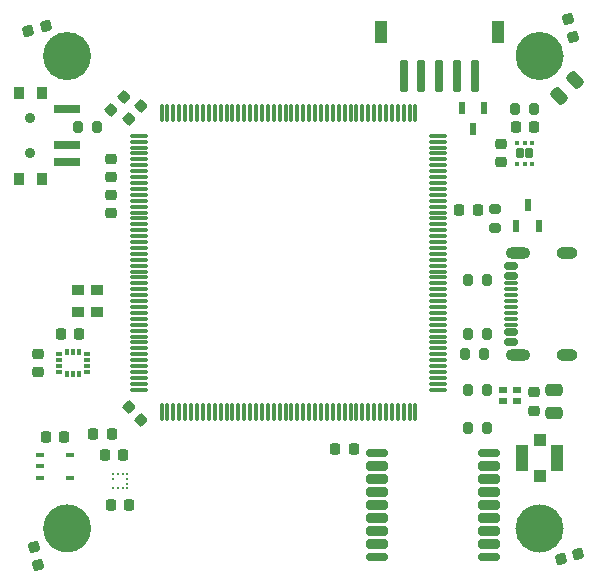
<source format=gtp>
G04 #@! TF.GenerationSoftware,KiCad,Pcbnew,9.0.2-9.0.2-0~ubuntu24.04.1*
G04 #@! TF.CreationDate,2025-06-10T13:01:30-05:00*
G04 #@! TF.ProjectId,FC,46432e6b-6963-4616-945f-706362585858,rev?*
G04 #@! TF.SameCoordinates,Original*
G04 #@! TF.FileFunction,Paste,Top*
G04 #@! TF.FilePolarity,Positive*
%FSLAX46Y46*%
G04 Gerber Fmt 4.6, Leading zero omitted, Abs format (unit mm)*
G04 Created by KiCad (PCBNEW 9.0.2-9.0.2-0~ubuntu24.04.1) date 2025-06-10 13:01:30*
%MOMM*%
%LPD*%
G01*
G04 APERTURE LIST*
G04 Aperture macros list*
%AMRoundRect*
0 Rectangle with rounded corners*
0 $1 Rounding radius*
0 $2 $3 $4 $5 $6 $7 $8 $9 X,Y pos of 4 corners*
0 Add a 4 corners polygon primitive as box body*
4,1,4,$2,$3,$4,$5,$6,$7,$8,$9,$2,$3,0*
0 Add four circle primitives for the rounded corners*
1,1,$1+$1,$2,$3*
1,1,$1+$1,$4,$5*
1,1,$1+$1,$6,$7*
1,1,$1+$1,$8,$9*
0 Add four rect primitives between the rounded corners*
20,1,$1+$1,$2,$3,$4,$5,0*
20,1,$1+$1,$4,$5,$6,$7,0*
20,1,$1+$1,$6,$7,$8,$9,0*
20,1,$1+$1,$8,$9,$2,$3,0*%
G04 Aperture macros list end*
%ADD10C,2.050000*%
%ADD11R,2.209800X0.762000*%
%ADD12C,0.889000*%
%ADD13R,0.812800X0.990600*%
%ADD14RoundRect,0.225000X0.017678X-0.335876X0.335876X-0.017678X-0.017678X0.335876X-0.335876X0.017678X0*%
%ADD15RoundRect,0.200000X-0.200000X-0.275000X0.200000X-0.275000X0.200000X0.275000X-0.200000X0.275000X0*%
%ADD16R,0.508000X1.016000*%
%ADD17RoundRect,0.225000X0.299716X-0.152629X0.183247X0.282038X-0.299716X0.152629X-0.183247X-0.282038X0*%
%ADD18R,1.000000X1.050000*%
%ADD19R,1.050000X2.200000*%
%ADD20RoundRect,0.225000X-0.225000X-0.250000X0.225000X-0.250000X0.225000X0.250000X-0.225000X0.250000X0*%
%ADD21RoundRect,0.075000X-0.675000X-0.075000X0.675000X-0.075000X0.675000X0.075000X-0.675000X0.075000X0*%
%ADD22RoundRect,0.075000X-0.075000X-0.675000X0.075000X-0.675000X0.075000X0.675000X-0.075000X0.675000X0*%
%ADD23RoundRect,0.175000X0.175000X1.175000X-0.175000X1.175000X-0.175000X-1.175000X0.175000X-1.175000X0*%
%ADD24RoundRect,0.250000X0.300000X0.700000X-0.300000X0.700000X-0.300000X-0.700000X0.300000X-0.700000X0*%
%ADD25R,0.762000X0.508000*%
%ADD26RoundRect,0.225000X0.225000X0.250000X-0.225000X0.250000X-0.225000X-0.250000X0.225000X-0.250000X0*%
%ADD27RoundRect,0.175000X-0.725000X-0.175000X0.725000X-0.175000X0.725000X0.175000X-0.725000X0.175000X0*%
%ADD28RoundRect,0.200000X-0.700000X-0.200000X0.700000X-0.200000X0.700000X0.200000X-0.700000X0.200000X0*%
%ADD29RoundRect,0.150000X0.425000X-0.150000X0.425000X0.150000X-0.425000X0.150000X-0.425000X-0.150000X0*%
%ADD30RoundRect,0.075000X0.500000X-0.075000X0.500000X0.075000X-0.500000X0.075000X-0.500000X-0.075000X0*%
%ADD31O,2.100000X1.000000*%
%ADD32O,1.800000X1.000000*%
%ADD33R,1.016000X0.838200*%
%ADD34RoundRect,0.225000X-0.250000X0.225000X-0.250000X-0.225000X0.250000X-0.225000X0.250000X0.225000X0*%
%ADD35R,0.774700X0.457200*%
%ADD36RoundRect,0.172500X0.172500X-0.262500X0.172500X0.262500X-0.172500X0.262500X-0.172500X-0.262500X0*%
%ADD37RoundRect,0.093750X0.106250X-0.093750X0.106250X0.093750X-0.106250X0.093750X-0.106250X-0.093750X0*%
%ADD38RoundRect,0.225000X0.335876X0.017678X0.017678X0.335876X-0.335876X-0.017678X-0.017678X-0.335876X0*%
%ADD39RoundRect,0.250000X-0.475000X0.250000X-0.475000X-0.250000X0.475000X-0.250000X0.475000X0.250000X0*%
%ADD40R,0.610000X0.350000*%
%ADD41R,0.350000X0.610000*%
%ADD42RoundRect,0.250000X0.159099X-0.512652X0.512652X-0.159099X-0.159099X0.512652X-0.512652X0.159099X0*%
%ADD43RoundRect,0.225000X0.250000X-0.225000X0.250000X0.225000X-0.250000X0.225000X-0.250000X-0.225000X0*%
%ADD44C,0.228600*%
%ADD45RoundRect,0.225000X-0.152629X-0.299716X0.282038X-0.183247X0.152629X0.299716X-0.282038X0.183247X0*%
%ADD46RoundRect,0.225000X0.152629X0.299716X-0.282038X0.183247X-0.152629X-0.299716X0.282038X-0.183247X0*%
%ADD47RoundRect,0.200000X0.275000X-0.200000X0.275000X0.200000X-0.275000X0.200000X-0.275000X-0.200000X0*%
G04 APERTURE END LIST*
D10*
X156025000Y-55000000D02*
G75*
G02*
X153975000Y-55000000I-1025000J0D01*
G01*
X153975000Y-55000000D02*
G75*
G02*
X156025000Y-55000000I1025000J0D01*
G01*
X156025000Y-95000000D02*
G75*
G02*
X153975000Y-95000000I-1025000J0D01*
G01*
X153975000Y-95000000D02*
G75*
G02*
X156025000Y-95000000I1025000J0D01*
G01*
X196025000Y-95000000D02*
G75*
G02*
X193975000Y-95000000I-1025000J0D01*
G01*
X193975000Y-95000000D02*
G75*
G02*
X196025000Y-95000000I1025000J0D01*
G01*
X196025000Y-55000000D02*
G75*
G02*
X193975000Y-55000000I-1025000J0D01*
G01*
X193975000Y-55000000D02*
G75*
G02*
X196025000Y-55000000I1025000J0D01*
G01*
D11*
X155000700Y-59499998D03*
X155000700Y-62500000D03*
X155000700Y-64000000D03*
D12*
X151900000Y-60250009D03*
X151900000Y-63250009D03*
D13*
X150935000Y-58099999D03*
X152865000Y-58099999D03*
X150935000Y-65399999D03*
X152865000Y-65399999D03*
D14*
X160201992Y-60298008D03*
X161298008Y-59201992D03*
D15*
X188925000Y-86500000D03*
X190575000Y-86500000D03*
D16*
X193047500Y-69389000D03*
X194952500Y-69389000D03*
X194000000Y-67611000D03*
D17*
X197825585Y-53398593D03*
X197424415Y-51901407D03*
D18*
X195000000Y-90525000D03*
D19*
X196475000Y-89000000D03*
D18*
X195000000Y-87475000D03*
D19*
X193525000Y-89000000D03*
D20*
X177725000Y-88250000D03*
X179275000Y-88250000D03*
D15*
X188675000Y-80250000D03*
X190325000Y-80250000D03*
D21*
X161075000Y-61750000D03*
X161075000Y-62250000D03*
X161075000Y-62750000D03*
X161075000Y-63250000D03*
X161075000Y-63750000D03*
X161075000Y-64250000D03*
X161075000Y-64750000D03*
X161075000Y-65250000D03*
X161075000Y-65750000D03*
X161075000Y-66250000D03*
X161075000Y-66750000D03*
X161075000Y-67250000D03*
X161075000Y-67750000D03*
X161075000Y-68250000D03*
X161075000Y-68750000D03*
X161075000Y-69250000D03*
X161075000Y-69750000D03*
X161075000Y-70250000D03*
X161075000Y-70750000D03*
X161075000Y-71250000D03*
X161075000Y-71750000D03*
X161075000Y-72250000D03*
X161075000Y-72750000D03*
X161075000Y-73250000D03*
X161075000Y-73750000D03*
X161075000Y-74250000D03*
X161075000Y-74750000D03*
X161075000Y-75250000D03*
X161075000Y-75750000D03*
X161075000Y-76250000D03*
X161075000Y-76750000D03*
X161075000Y-77250000D03*
X161075000Y-77750000D03*
X161075000Y-78250000D03*
X161075000Y-78750000D03*
X161075000Y-79250000D03*
X161075000Y-79750000D03*
X161075000Y-80250000D03*
X161075000Y-80750000D03*
X161075000Y-81250000D03*
X161075000Y-81750000D03*
X161075000Y-82250000D03*
X161075000Y-82750000D03*
X161075000Y-83250000D03*
D22*
X163000000Y-85175000D03*
X163500000Y-85175000D03*
X164000000Y-85175000D03*
X164500000Y-85175000D03*
X165000000Y-85175000D03*
X165500000Y-85175000D03*
X166000000Y-85175000D03*
X166500000Y-85175000D03*
X167000000Y-85175000D03*
X167500000Y-85175000D03*
X168000000Y-85175000D03*
X168500000Y-85175000D03*
X169000000Y-85175000D03*
X169500000Y-85175000D03*
X170000000Y-85175000D03*
X170500000Y-85175000D03*
X171000000Y-85175000D03*
X171500000Y-85175000D03*
X172000000Y-85175000D03*
X172500000Y-85175000D03*
X173000000Y-85175000D03*
X173500000Y-85175000D03*
X174000000Y-85175000D03*
X174500000Y-85175000D03*
X175000000Y-85175000D03*
X175500000Y-85175000D03*
X176000000Y-85175000D03*
X176500000Y-85175000D03*
X177000000Y-85175000D03*
X177500000Y-85175000D03*
X178000000Y-85175000D03*
X178500000Y-85175000D03*
X179000000Y-85175000D03*
X179500000Y-85175000D03*
X180000000Y-85175000D03*
X180500000Y-85175000D03*
X181000000Y-85175000D03*
X181500000Y-85175000D03*
X182000000Y-85175000D03*
X182500000Y-85175000D03*
X183000000Y-85175000D03*
X183500000Y-85175000D03*
X184000000Y-85175000D03*
X184500000Y-85175000D03*
D21*
X186425000Y-83250000D03*
X186425000Y-82750000D03*
X186425000Y-82250000D03*
X186425000Y-81750000D03*
X186425000Y-81250000D03*
X186425000Y-80750000D03*
X186425000Y-80250000D03*
X186425000Y-79750000D03*
X186425000Y-79250000D03*
X186425000Y-78750000D03*
X186425000Y-78250000D03*
X186425000Y-77750000D03*
X186425000Y-77250000D03*
X186425000Y-76750000D03*
X186425000Y-76250000D03*
X186425000Y-75750000D03*
X186425000Y-75250000D03*
X186425000Y-74750000D03*
X186425000Y-74250000D03*
X186425000Y-73750000D03*
X186425000Y-73250000D03*
X186425000Y-72750000D03*
X186425000Y-72250000D03*
X186425000Y-71750000D03*
X186425000Y-71250000D03*
X186425000Y-70750000D03*
X186425000Y-70250000D03*
X186425000Y-69750000D03*
X186425000Y-69250000D03*
X186425000Y-68750000D03*
X186425000Y-68250000D03*
X186425000Y-67750000D03*
X186425000Y-67250000D03*
X186425000Y-66750000D03*
X186425000Y-66250000D03*
X186425000Y-65750000D03*
X186425000Y-65250000D03*
X186425000Y-64750000D03*
X186425000Y-64250000D03*
X186425000Y-63750000D03*
X186425000Y-63250000D03*
X186425000Y-62750000D03*
X186425000Y-62250000D03*
X186425000Y-61750000D03*
D22*
X184500000Y-59825000D03*
X184000000Y-59825000D03*
X183500000Y-59825000D03*
X183000000Y-59825000D03*
X182500000Y-59825000D03*
X182000000Y-59825000D03*
X181500000Y-59825000D03*
X181000000Y-59825000D03*
X180500000Y-59825000D03*
X180000000Y-59825000D03*
X179500000Y-59825000D03*
X179000000Y-59825000D03*
X178500000Y-59825000D03*
X178000000Y-59825000D03*
X177500000Y-59825000D03*
X177000000Y-59825000D03*
X176500000Y-59825000D03*
X176000000Y-59825000D03*
X175500000Y-59825000D03*
X175000000Y-59825000D03*
X174500000Y-59825000D03*
X174000000Y-59825000D03*
X173500000Y-59825000D03*
X173000000Y-59825000D03*
X172500000Y-59825000D03*
X172000000Y-59825000D03*
X171500000Y-59825000D03*
X171000000Y-59825000D03*
X170500000Y-59825000D03*
X170000000Y-59825000D03*
X169500000Y-59825000D03*
X169000000Y-59825000D03*
X168500000Y-59825000D03*
X168000000Y-59825000D03*
X167500000Y-59825000D03*
X167000000Y-59825000D03*
X166500000Y-59825000D03*
X166000000Y-59825000D03*
X165500000Y-59825000D03*
X165000000Y-59825000D03*
X164500000Y-59825000D03*
X164000000Y-59825000D03*
X163500000Y-59825000D03*
X163000000Y-59825000D03*
D23*
X189500000Y-56650000D03*
X188000000Y-56650000D03*
X186500000Y-56650000D03*
X185000000Y-56650000D03*
X183500000Y-56650000D03*
D24*
X191450000Y-52950000D03*
X181550000Y-52950000D03*
D15*
X188925000Y-78500000D03*
X190575000Y-78500000D03*
D25*
X191927799Y-83275000D03*
X191927799Y-84225000D03*
X193072201Y-84225000D03*
X193072201Y-83275000D03*
D26*
X189775000Y-68000000D03*
X188225000Y-68000000D03*
X194525000Y-61000000D03*
X192975000Y-61000000D03*
D27*
X181250000Y-88600000D03*
D28*
X181250000Y-89700000D03*
X181250000Y-90800000D03*
X181250000Y-91900000D03*
X181250000Y-93000000D03*
X181250000Y-94100000D03*
X181250000Y-95200000D03*
X181250000Y-96300000D03*
D27*
X181250000Y-97400000D03*
X190750000Y-97400000D03*
D28*
X190750000Y-96300000D03*
X190750000Y-95200000D03*
X190750000Y-94100000D03*
X190750000Y-93000000D03*
X190750000Y-91900000D03*
X190750000Y-90800000D03*
X190750000Y-89700000D03*
D27*
X190750000Y-88600000D03*
D29*
X192570000Y-79200000D03*
X192570000Y-78400000D03*
D30*
X192570000Y-77250000D03*
X192570000Y-76250000D03*
X192570000Y-75750000D03*
X192570000Y-74750000D03*
D29*
X192570000Y-73600000D03*
X192570000Y-72800000D03*
D30*
X192570000Y-74250000D03*
X192570000Y-75250000D03*
X192570000Y-76750000D03*
X192570000Y-77750000D03*
D31*
X193145000Y-80320000D03*
D32*
X197325000Y-80320000D03*
D31*
X193145000Y-71680000D03*
D32*
X197325000Y-71680000D03*
D33*
X155929801Y-74825001D03*
X155929801Y-76674999D03*
X157570199Y-76674999D03*
X157570199Y-74825001D03*
D34*
X191750000Y-62450000D03*
X191750000Y-64000000D03*
X158750000Y-63725000D03*
X158750000Y-65275000D03*
D15*
X155925000Y-61000000D03*
X157575000Y-61000000D03*
D35*
X152736350Y-88799999D03*
X152736350Y-89750000D03*
X152736350Y-90700001D03*
X155263650Y-90700001D03*
X155263650Y-88799999D03*
D36*
X193350000Y-63250000D03*
X194150000Y-63250000D03*
D37*
X193100000Y-64137500D03*
X193750000Y-64137500D03*
X194400000Y-64137500D03*
X194400000Y-62362500D03*
X193750000Y-62362500D03*
X193100000Y-62362500D03*
D20*
X154475000Y-78500000D03*
X156025000Y-78500000D03*
D38*
X161298008Y-85798008D03*
X160201992Y-84701992D03*
D39*
X196250000Y-83300000D03*
X196250000Y-85200000D03*
D40*
X156660000Y-81750000D03*
X156660000Y-81250000D03*
X156660000Y-80750000D03*
X156660000Y-80250000D03*
D41*
X156000000Y-80090000D03*
X155500000Y-80090000D03*
X155000000Y-80090000D03*
D40*
X154340000Y-80250000D03*
X154340000Y-80750000D03*
X154340000Y-81250000D03*
X154340000Y-81750000D03*
D41*
X155000000Y-81910000D03*
X155500000Y-81910000D03*
X156000000Y-81910000D03*
D15*
X188925000Y-83250000D03*
X190575000Y-83250000D03*
D42*
X196656498Y-58343502D03*
X198000000Y-57000000D03*
D43*
X152500000Y-81775000D03*
X152500000Y-80225000D03*
D26*
X160275000Y-93000000D03*
X158725000Y-93000000D03*
D44*
X160100000Y-90400000D03*
X160100000Y-90800000D03*
X160100000Y-91200000D03*
X160100000Y-91600000D03*
X159700000Y-90400000D03*
X159700000Y-91600000D03*
X159300000Y-90400000D03*
X159300000Y-91600000D03*
X158900000Y-90400000D03*
X158900000Y-90800000D03*
X158900000Y-91600000D03*
D34*
X194500000Y-83475000D03*
X194500000Y-85025000D03*
D15*
X192925000Y-59500000D03*
X194575000Y-59500000D03*
X188925000Y-74000000D03*
X190575000Y-74000000D03*
D45*
X196801407Y-97550585D03*
X198298593Y-97149415D03*
D16*
X190317500Y-59361000D03*
X188412500Y-59361000D03*
X189365000Y-61139000D03*
D20*
X158225000Y-88750000D03*
X159775000Y-88750000D03*
D26*
X154775000Y-87250000D03*
X153225000Y-87250000D03*
D34*
X158750000Y-66775000D03*
X158750000Y-68325000D03*
D46*
X153198593Y-52449415D03*
X151701407Y-52850585D03*
D14*
X158701992Y-59548008D03*
X159798008Y-58451992D03*
D26*
X158775000Y-87000000D03*
X157225000Y-87000000D03*
D47*
X191250000Y-69575000D03*
X191250000Y-67925000D03*
D17*
X152575585Y-98098593D03*
X152174415Y-96601407D03*
M02*

</source>
